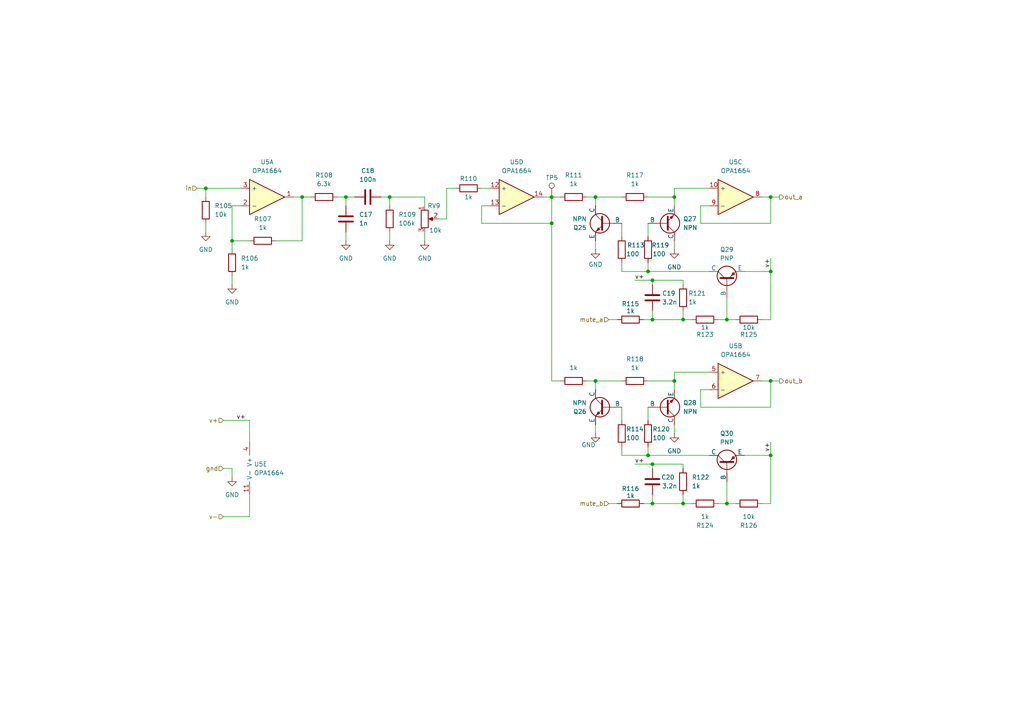
<source format=kicad_sch>
(kicad_sch (version 20250114) (generator "eeschema") (generator_version "9.0")
  (paper "A4")
  (lib_symbols
    (symbol "Connector:TestPoint" (pin_numbers (hide yes)) (pin_names (offset 0.762) (hide yes))
      (property "Reference" "TP" (at 0 6.858 0))
      (property "Value" "TestPoint" (at 0 5.08 0))
      (symbol "TestPoint_0_1"
        (circle (center 0 3.302) (radius 0.762))
      )
      (symbol "TestPoint_1_1"
        (pin passive line (at 0 0 90) (length 2.54) (name "1") (number "1"))
      )
    )
    (symbol "Device:C" (pin_numbers (hide yes)) (pin_names (offset 0.254))
      (property "Reference" "C" (at 0.635 2.54 0))
      (property "Value" "C" (at 0.635 -2.54 0))
      (symbol "C_0_1"
        (polyline (pts (xy -2.032 0.762) (xy 2.032 0.762)) (stroke (width 0.508)))
        (polyline (pts (xy -2.032 -0.762) (xy 2.032 -0.762)) (stroke (width 0.508)))
      )
      (symbol "C_1_1"
        (pin passive line (at 0 3.81 270) (length 2.794) (name "~") (number "1"))
        (pin passive line (at 0 -3.81 90) (length 2.794) (name "~") (number "2"))
      )
    )
    (symbol "Device:Opamp_Quad"
      (property "Reference" "U" (at 0 5.08 0))
      (property "Value" "Opamp_Quad" (at 0 -5.08 0))
      (symbol "Opamp_Quad_1_1"
        (polyline (pts (xy -5.08 5.08) (xy 5.08 0) (xy -5.08 -5.08) (xy -5.08 5.08)) (stroke (width 0.254)) (fill (type background)))
        (pin input line (at -7.62 2.54 0) (length 2.54) (name "+") (number "3"))
        (pin input line (at -7.62 -2.54 0) (length 2.54) (name "-") (number "2"))
        (pin output line (at 7.62 0 180) (length 2.54) (name "~") (number "1"))
      )
      (symbol "Opamp_Quad_2_1"
        (polyline (pts (xy -5.08 5.08) (xy 5.08 0) (xy -5.08 -5.08) (xy -5.08 5.08)) (stroke (width 0.254)) (fill (type background)))
        (pin input line (at -7.62 2.54 0) (length 2.54) (name "+") (number "5"))
        (pin input line (at -7.62 -2.54 0) (length 2.54) (name "-") (number "6"))
        (pin output line (at 7.62 0 180) (length 2.54) (name "~") (number "7"))
      )
      (symbol "Opamp_Quad_3_1"
        (polyline (pts (xy -5.08 5.08) (xy 5.08 0) (xy -5.08 -5.08) (xy -5.08 5.08)) (stroke (width 0.254)) (fill (type background)))
        (pin input line (at -7.62 2.54 0) (length 2.54) (name "+") (number "10"))
        (pin input line (at -7.62 -2.54 0) (length 2.54) (name "-") (number "9"))
        (pin output line (at 7.62 0 180) (length 2.54) (name "~") (number "8"))
      )
      (symbol "Opamp_Quad_4_1"
        (polyline (pts (xy -5.08 5.08) (xy 5.08 0) (xy -5.08 -5.08) (xy -5.08 5.08)) (stroke (width 0.254)) (fill (type background)))
        (pin input line (at -7.62 2.54 0) (length 2.54) (name "+") (number "12"))
        (pin input line (at -7.62 -2.54 0) (length 2.54) (name "-") (number "13"))
        (pin output line (at 7.62 0 180) (length 2.54) (name "~") (number "14"))
      )
      (symbol "Opamp_Quad_5_1"
        (pin power_in line (at -2.54 7.62 270) (length 3.81) (name "V+") (number "4"))
        (pin power_in line (at -2.54 -7.62 90) (length 3.81) (name "V-") (number "11"))
      )
    )
    (symbol "Device:R" (pin_numbers (hide yes)) (pin_names (offset 0))
      (property "Reference" "R" (at 2.032 0 90))
      (property "Value" "R" (at 0 0 90))
      (symbol "R_0_1"
        (rectangle (start -1.016 -2.54) (end 1.016 2.54) (stroke (width 0.254)))
      )
      (symbol "R_1_1"
        (pin passive line (at 0 3.81 270) (length 1.27) (name "~") (number "1"))
        (pin passive line (at 0 -3.81 90) (length 1.27) (name "~") (number "2"))
      )
    )
    (symbol "Device:R_Potentiometer" (pin_names (offset 1.016) (hide yes))
      (property "Reference" "RV" (at -4.445 0 90))
      (property "Value" "R_Potentiometer" (at -2.54 0 90))
      (symbol "R_Potentiometer_0_1"
        (rectangle (start 1.016 2.54) (end -1.016 -2.54) (stroke (width 0.254)))
        (polyline (pts (xy 1.143 0) (xy 2.286 0.508) (xy 2.286 -0.508) (xy 1.143 0)) (fill (type outline)))
        (polyline (pts (xy 2.54 0) (xy 1.524 0)))
      )
      (symbol "R_Potentiometer_1_1"
        (pin passive line (at 0 3.81 270) (length 1.27) (name "1") (number "1"))
        (pin passive line (at 0 -3.81 90) (length 1.27) (name "3") (number "3"))
        (pin passive line (at 3.81 0 180) (length 1.27) (name "2") (number "2"))
      )
    )
    (symbol "Simulation_SPICE:NPN" (pin_numbers (hide yes)) (pin_names (offset 0))
      (property "Reference" "Q" (at -2.54 7.62 0))
      (property "Value" "NPN" (at -2.54 5.08 0))
      (symbol "NPN_0_1"
        (polyline (pts (xy -2.54 0) (xy 0.635 0)) (stroke (width 0.1524)))
        (polyline (pts (xy 0.635 1.905) (xy 0.635 -1.905) (xy 0.635 -1.905)) (stroke (width 0.508)))
        (polyline (pts (xy 0.635 0.635) (xy 2.54 2.54)))
        (polyline (pts (xy 0.635 -0.635) (xy 2.54 -2.54) (xy 2.54 -2.54)))
        (circle (center 1.27 0) (radius 2.8194) (stroke (width 0.254)))
        (polyline (pts (xy 1.27 -1.778) (xy 1.778 -1.27) (xy 2.286 -2.286) (xy 1.27 -1.778) (xy 1.27 -1.778)) (fill (type outline)))
        (polyline (pts (xy 2.794 -1.27) (xy 2.794 -1.27)) (stroke (width 0.1524)))
        (polyline (pts (xy 2.794 -1.27) (xy 2.794 -1.27)) (stroke (width 0.1524)))
      )
      (symbol "NPN_1_1"
        (pin input line (at -5.08 0 0) (length 2.54) (name "B") (number "2"))
        (pin open_collector line (at 2.54 5.08 270) (length 2.54) (name "C") (number "1"))
        (pin open_emitter line (at 2.54 -5.08 90) (length 2.54) (name "E") (number "3"))
      )
    )
    (symbol "Simulation_SPICE:PNP" (pin_numbers (hide yes)) (pin_names (offset 0))
      (property "Reference" "Q" (at -2.54 7.62 0))
      (property "Value" "PNP" (at -2.54 5.08 0))
      (symbol "PNP_0_1"
        (polyline (pts (xy -2.54 0) (xy 0.635 0)) (stroke (width 0.1524)))
        (polyline (pts (xy 0.635 1.905) (xy 0.635 -1.905) (xy 0.635 -1.905)) (stroke (width 0.508)))
        (polyline (pts (xy 0.635 0.635) (xy 2.54 2.54)))
        (polyline (pts (xy 0.635 -0.635) (xy 2.54 -2.54) (xy 2.54 -2.54)))
        (circle (center 1.27 0) (radius 2.8194) (stroke (width 0.254)))
        (polyline (pts (xy 2.286 -1.778) (xy 1.778 -2.286) (xy 1.27 -1.27) (xy 2.286 -1.778) (xy 2.286 -1.778)) (fill (type outline)))
      )
      (symbol "PNP_1_1"
        (pin input line (at -5.08 0 0) (length 2.54) (name "B") (number "2"))
        (pin open_collector line (at 2.54 5.08 270) (length 2.54) (name "C") (number "1"))
        (pin open_emitter line (at 2.54 -5.08 90) (length 2.54) (name "E") (number "3"))
      )
    )
    (symbol "power:GND" (power) (pin_numbers (hide yes)) (pin_names (offset 0) (hide yes))
      (property "Value" "GND" (at 0 -3.81 0))
      (symbol "GND_0_1"
        (polyline (pts (xy 0 0) (xy 0 -1.27) (xy 1.27 -1.27) (xy 0 -2.54) (xy -1.27 -1.27) (xy 0 -1.27)))
      )
      (symbol "GND_1_1"
        (pin power_in line (at 0 0 270) (length 0) (name "~") (number "1"))
      )
    )
  )
  (junction (at 210.82 146.05))
  (junction (at 223.52 132.08))
  (junction (at 223.52 110.49))
  (junction (at 195.58 57.15))
  (junction (at 172.72 57.15))
  (junction (at 223.52 57.15))
  (junction (at 189.23 92.71))
  (junction (at 67.31 69.85))
  (junction (at 160.02 57.15))
  (junction (at 187.96 78.74))
  (junction (at 59.69 54.61))
  (junction (at 87.63 57.15))
  (junction (at 113.03 57.15))
  (junction (at 189.23 134.62))
  (junction (at 189.23 146.05))
  (junction (at 172.72 110.49))
  (junction (at 160.02 64.77))
  (junction (at 189.23 81.28))
  (junction (at 195.58 110.49))
  (junction (at 223.52 78.74))
  (junction (at 100.33 57.15))
  (junction (at 198.12 92.71))
  (junction (at 198.12 146.05))
  (junction (at 187.96 132.08))
  (junction (at 210.82 92.71))
  (wire (pts (xy 160.02 110.49) (xy 160.02 64.77)))
  (wire (pts (xy 189.23 146.05) (xy 189.23 143.51)))
  (wire (pts (xy 195.58 57.15) (xy 195.58 59.69)))
  (wire (pts (xy 203.2 59.69) (xy 203.2 64.77)))
  (wire (pts (xy 203.2 64.77) (xy 223.52 64.77)))
  (wire (pts (xy 203.2 113.03) (xy 203.2 118.11)))
  (wire (pts (xy 198.12 146.05) (xy 198.12 143.51)))
  (wire (pts (xy 59.69 54.61) (xy 69.85 54.61)))
  (wire (pts (xy 210.82 92.71) (xy 213.36 92.71)))
  (wire (pts (xy 170.18 57.15) (xy 172.72 57.15)))
  (wire (pts (xy 195.58 110.49) (xy 195.58 113.03)))
  (wire (pts (xy 67.31 69.85) (xy 67.31 72.39)))
  (wire (pts (xy 187.96 129.54) (xy 187.96 132.08)))
  (wire (pts (xy 220.98 92.71) (xy 223.52 92.71)))
  (wire (pts (xy 184.15 134.62) (xy 189.23 134.62)))
  (wire (pts (xy 139.7 54.61) (xy 142.24 54.61)))
  (wire (pts (xy 139.7 59.69) (xy 139.7 64.77)))
  (wire (pts (xy 195.58 54.61) (xy 195.58 57.15)))
  (wire (pts (xy 210.82 139.7) (xy 210.82 146.05)))
  (wire (pts (xy 195.58 123.19) (xy 195.58 125.73)))
  (wire (pts (xy 203.2 113.03) (xy 205.74 113.03)))
  (wire (pts (xy 215.9 78.74) (xy 223.52 78.74)))
  (wire (pts (xy 172.72 69.85) (xy 172.72 72.39)))
  (wire (pts (xy 187.96 78.74) (xy 205.74 78.74)))
  (wire (pts (xy 189.23 134.62) (xy 189.23 135.89)))
  (wire (pts (xy 87.63 57.15) (xy 87.63 69.85)))
  (wire (pts (xy 87.63 57.15) (xy 90.17 57.15)))
  (wire (pts (xy 72.39 121.92) (xy 72.39 128.27)))
  (wire (pts (xy 87.63 57.15) (xy 85.09 57.15)))
  (wire (pts (xy 195.58 107.95) (xy 195.58 110.49)))
  (wire (pts (xy 198.12 92.71) (xy 198.12 90.17)))
  (wire (pts (xy 172.72 123.19) (xy 172.72 125.73)))
  (wire (pts (xy 170.18 110.49) (xy 172.72 110.49)))
  (wire (pts (xy 67.31 59.69) (xy 69.85 59.69)))
  (wire (pts (xy 180.34 78.74) (xy 187.96 78.74)))
  (wire (pts (xy 187.96 64.77) (xy 187.96 68.58)))
  (wire (pts (xy 187.96 110.49) (xy 195.58 110.49)))
  (wire (pts (xy 72.39 69.85) (xy 67.31 69.85)))
  (wire (pts (xy 187.96 118.11) (xy 187.96 121.92)))
  (wire (pts (xy 203.2 118.11) (xy 223.52 118.11)))
  (wire (pts (xy 113.03 67.31) (xy 113.03 69.85)))
  (wire (pts (xy 129.54 63.5) (xy 127 63.5)))
  (wire (pts (xy 172.72 57.15) (xy 172.72 59.69)))
  (wire (pts (xy 139.7 59.69) (xy 142.24 59.69)))
  (wire (pts (xy 198.12 82.55) (xy 198.12 81.28)))
  (wire (pts (xy 184.15 81.28) (xy 189.23 81.28)))
  (wire (pts (xy 220.98 57.15) (xy 223.52 57.15)))
  (wire (pts (xy 223.52 128.27) (xy 223.52 132.08)))
  (wire (pts (xy 123.19 67.31) (xy 123.19 69.85)))
  (wire (pts (xy 100.33 57.15) (xy 100.33 59.69)))
  (wire (pts (xy 157.48 57.15) (xy 160.02 57.15)))
  (wire (pts (xy 210.82 92.71) (xy 208.28 92.71)))
  (wire (pts (xy 223.52 110.49) (xy 223.52 118.11)))
  (wire (pts (xy 198.12 92.71) (xy 200.66 92.71)))
  (wire (pts (xy 189.23 81.28) (xy 198.12 81.28)))
  (wire (pts (xy 215.9 132.08) (xy 223.52 132.08)))
  (wire (pts (xy 162.56 110.49) (xy 160.02 110.49)))
  (wire (pts (xy 186.69 92.71) (xy 189.23 92.71)))
  (wire (pts (xy 195.58 54.61) (xy 205.74 54.61)))
  (wire (pts (xy 160.02 57.15) (xy 162.56 57.15)))
  (wire (pts (xy 172.72 110.49) (xy 172.72 113.03)))
  (wire (pts (xy 176.53 92.71) (xy 179.07 92.71)))
  (wire (pts (xy 72.39 149.86) (xy 64.77 149.86)))
  (wire (pts (xy 220.98 146.05) (xy 223.52 146.05)))
  (wire (pts (xy 189.23 92.71) (xy 189.23 90.17)))
  (wire (pts (xy 59.69 54.61) (xy 59.69 57.15)))
  (wire (pts (xy 223.52 110.49) (xy 226.06 110.49)))
  (wire (pts (xy 180.34 132.08) (xy 187.96 132.08)))
  (wire (pts (xy 187.96 76.2) (xy 187.96 78.74)))
  (wire (pts (xy 180.34 132.08) (xy 180.34 129.54)))
  (wire (pts (xy 186.69 146.05) (xy 189.23 146.05)))
  (wire (pts (xy 223.52 57.15) (xy 223.52 64.77)))
  (wire (pts (xy 72.39 143.51) (xy 72.39 149.86)))
  (wire (pts (xy 100.33 67.31) (xy 100.33 69.85)))
  (wire (pts (xy 113.03 57.15) (xy 113.03 59.69)))
  (wire (pts (xy 80.01 69.85) (xy 87.63 69.85)))
  (wire (pts (xy 172.72 110.49) (xy 180.34 110.49)))
  (wire (pts (xy 123.19 57.15) (xy 113.03 57.15)))
  (wire (pts (xy 180.34 118.11) (xy 180.34 121.92)))
  (wire (pts (xy 176.53 146.05) (xy 179.07 146.05)))
  (wire (pts (xy 223.52 146.05) (xy 223.52 132.08)))
  (wire (pts (xy 139.7 64.77) (xy 160.02 64.77)))
  (wire (pts (xy 189.23 146.05) (xy 198.12 146.05)))
  (wire (pts (xy 187.96 57.15) (xy 195.58 57.15)))
  (wire (pts (xy 180.34 64.77) (xy 180.34 68.58)))
  (wire (pts (xy 223.52 74.93) (xy 223.52 78.74)))
  (wire (pts (xy 195.58 69.85) (xy 195.58 72.39)))
  (wire (pts (xy 160.02 57.15) (xy 160.02 64.77)))
  (wire (pts (xy 67.31 69.85) (xy 67.31 59.69)))
  (wire (pts (xy 172.72 57.15) (xy 180.34 57.15)))
  (wire (pts (xy 223.52 92.71) (xy 223.52 78.74)))
  (wire (pts (xy 132.08 54.61) (xy 129.54 54.61)))
  (wire (pts (xy 59.69 64.77) (xy 59.69 67.31)))
  (wire (pts (xy 198.12 146.05) (xy 200.66 146.05)))
  (wire (pts (xy 220.98 110.49) (xy 223.52 110.49)))
  (wire (pts (xy 110.49 57.15) (xy 113.03 57.15)))
  (wire (pts (xy 180.34 78.74) (xy 180.34 76.2)))
  (wire (pts (xy 195.58 107.95) (xy 205.74 107.95)))
  (wire (pts (xy 189.23 81.28) (xy 189.23 82.55)))
  (wire (pts (xy 198.12 135.89) (xy 198.12 134.62)))
  (wire (pts (xy 123.19 59.69) (xy 123.19 57.15)))
  (wire (pts (xy 210.82 146.05) (xy 208.28 146.05)))
  (wire (pts (xy 129.54 54.61) (xy 129.54 63.5)))
  (wire (pts (xy 67.31 135.89) (xy 67.31 138.43)))
  (wire (pts (xy 189.23 92.71) (xy 198.12 92.71)))
  (wire (pts (xy 223.52 57.15) (xy 226.06 57.15)))
  (wire (pts (xy 64.77 135.89) (xy 67.31 135.89)))
  (wire (pts (xy 64.77 121.92) (xy 72.39 121.92)))
  (wire (pts (xy 100.33 57.15) (xy 102.87 57.15)))
  (wire (pts (xy 210.82 146.05) (xy 213.36 146.05)))
  (wire (pts (xy 67.31 80.01) (xy 67.31 82.55)))
  (wire (pts (xy 187.96 132.08) (xy 205.74 132.08)))
  (wire (pts (xy 57.15 54.61) (xy 59.69 54.61)))
  (wire (pts (xy 97.79 57.15) (xy 100.33 57.15)))
  (wire (pts (xy 210.82 86.36) (xy 210.82 92.71)))
  (wire (pts (xy 189.23 134.62) (xy 198.12 134.62)))
  (wire (pts (xy 203.2 59.69) (xy 205.74 59.69)))
  (label "v+" (at 68.58 121.92 0))
  (label "v+" (at 184.15 81.28 0))
  (label "v+" (at 223.52 74.93 270))
  (label "v+" (at 223.52 128.27 270))
  (label "v+" (at 184.15 134.62 0))
  (hierarchical_label "v-" (shape input) (at 64.77 149.86 180))
  (hierarchical_label "v+" (shape input) (at 64.77 121.92 180))
  (hierarchical_label "in" (shape input) (at 57.15 54.61 180))
  (hierarchical_label "out_b" (shape output) (at 226.06 110.49 0))
  (hierarchical_label "gnd" (shape input) (at 64.77 135.89 180))
  (hierarchical_label "mute_a" (shape input) (at 176.53 92.71 180))
  (hierarchical_label "mute_b" (shape input) (at 176.53 146.05 180))
  (hierarchical_label "out_a" (shape output) (at 226.06 57.15 0))
  (symbol (lib_id "power:GND") (at 59.69 67.31 0) (unit 1)
    (property "Reference" "#PWR032" (effects (hide yes)))
    (property "Value" "GND" (at 59.69 72.39 0))
    (property "Description" "Power symbol creates a global label with name \"GND\" , ground" (effects (hide yes)))
    (instances (project "mute_experiment" (path "" (reference "#PWR080") (unit 1)) (path "" (reference "#PWR092") (unit 1)) (path "" (reference "#PWR056") (unit 1)) (path "" (reference "#PWR032") (unit 1)) (path "" (reference "#PWR068") (unit 1)) (path "" (reference "#PWR044") (unit 1))))
  )
  (symbol (lib_id "power:GND") (at 195.58 125.73 0) (unit 1)
    (property "Reference" "#PWR043" (effects (hide yes)))
    (property "Value" "GND" (at 195.58 130.81 0))
    (property "Description" "Power symbol creates a global label with name \"GND\" , ground" (effects (hide yes)))
    (instances (project "mute_experiment" (path "" (reference "#PWR091") (unit 1)) (path "" (reference "#PWR0103") (unit 1)) (path "" (reference "#PWR067") (unit 1)) (path "" (reference "#PWR043") (unit 1)) (path "" (reference "#PWR079") (unit 1)) (path "" (reference "#PWR055") (unit 1))))
  )
  (symbol (lib_id "Device:R") (at 217.17 92.71 270) (mirror x) (unit 1)
    (property "Reference" "R37" (at 217.17 97.028 90))
    (property "Value" "10k" (at 217.17 94.996 90))
    (property "Footprint" "Resistor_SMD:R_0805_2012Metric_Pad1.20x1.40mm_HandSolder" (effects (hide yes)))
    (property "Description" "Resistor" (effects (hide yes)))
    (instances (project "mute_experiment" (path "" (reference "R125") (unit 1)) (path "" (reference "R147") (unit 1)) (path "" (reference "R81") (unit 1)) (path "" (reference "R37") (unit 1)) (path "" (reference "R103") (unit 1)) (path "" (reference "R59") (unit 1))))
  )
  (symbol (lib_id "Device:R") (at 93.98 57.15 90) (unit 1)
    (property "Reference" "R20" (at 93.98 50.8 90))
    (property "Value" "6.3k" (at 93.98 53.34 90))
    (property "Footprint" "Resistor_SMD:R_0805_2012Metric_Pad1.20x1.40mm_HandSolder" (effects (hide yes)))
    (property "Description" "Resistor" (effects (hide yes)))
    (instances (project "mute_experiment" (path "" (reference "R108") (unit 1)) (path "" (reference "R130") (unit 1)) (path "" (reference "R64") (unit 1)) (path "" (reference "R20") (unit 1)) (path "" (reference "R86") (unit 1)) (path "" (reference "R42") (unit 1))))
  )
  (symbol (lib_id "Device:R") (at 180.34 125.73 0) (unit 1)
    (property "Reference" "R26" (at 181.61 124.46 0) (effects (justify left)))
    (property "Value" "100" (at 181.61 127 0) (effects (justify left)))
    (property "Footprint" "Resistor_SMD:R_0805_2012Metric_Pad1.20x1.40mm_HandSolder" (effects (hide yes)))
    (property "Description" "Resistor" (effects (hide yes)))
    (instances (project "mute_experiment" (path "" (reference "R114") (unit 1)) (path "" (reference "R136") (unit 1)) (path "" (reference "R70") (unit 1)) (path "" (reference "R26") (unit 1)) (path "" (reference "R92") (unit 1)) (path "" (reference "R48") (unit 1))))
  )
  (symbol (lib_id "Device:Opamp_Quad") (at 149.86 57.15 0) (unit 4)
    (property "Reference" "U1" (at 149.86 46.99 0))
    (property "Value" "OPA1664" (at 149.86 49.53 0))
    (property "Footprint" "Package_SO:SOIC-14_3.9x8.7mm_P1.27mm" (effects (hide yes)))
    (property "Datasheet" "https://www.ti.com/product/OPA1664" (effects (hide yes)))
    (property "Description" "Quad operational amplifier" (effects (hide yes)))
    (property "Sim.Library" "${KICAD9_SYMBOL_DIR}/Simulation_SPICE.sp" (effects (hide yes)))
    (property "Sim.Name" "kicad_builtin_opamp_quad" (effects (hide yes)))
    (property "Sim.Device" "SUBCKT" (effects (hide yes)))
    (property "Sim.Pins" "1=out1 2=in1- 3=in1+ 4=vcc 5=in2+ 6=in2- 7=out2 8=out3 9=in3- 10=in3+ 11=vee 12=in4+ 13=in4- 14=out4" (effects (hide yes)))
    (instances (project "mute_experiment" (path "" (reference "U5") (unit 4)) (path "" (reference "U6") (unit 4)) (path "" (reference "U3") (unit 4)) (path "" (reference "U1") (unit 4)) (path "" (reference "U4") (unit 4)) (path "" (reference "U2") (unit 4))))
  )
  (symbol (lib_id "Device:R") (at 59.69 60.96 0) (unit 1)
    (property "Reference" "R17" (at 62.23 59.6899 0) (effects (justify left)))
    (property "Value" "10k" (at 62.23 62.2299 0) (effects (justify left)))
    (property "Footprint" "Resistor_SMD:R_0805_2012Metric_Pad1.20x1.40mm_HandSolder" (effects (hide yes)))
    (property "Description" "Resistor" (effects (hide yes)))
    (property "Sim.Device" "R" (effects (hide yes)))
    (property "Sim.Pins" "1=+ 2=-" (effects (hide yes)))
    (instances (project "mute_experiment" (path "" (reference "R105") (unit 1)) (path "" (reference "R127") (unit 1)) (path "" (reference "R61") (unit 1)) (path "" (reference "R17") (unit 1)) (path "" (reference "R83") (unit 1)) (path "" (reference "R39") (unit 1))))
  )
  (symbol (lib_id "Device:R") (at 182.88 92.71 270) (unit 1)
    (property "Reference" "R27" (at 182.88 88.138 90))
    (property "Value" "1k" (at 182.88 90.17 90))
    (property "Footprint" "Resistor_SMD:R_0805_2012Metric_Pad1.20x1.40mm_HandSolder" (effects (hide yes)))
    (property "Description" "Resistor" (effects (hide yes)))
    (instances (project "mute_experiment" (path "" (reference "R115") (unit 1)) (path "" (reference "R137") (unit 1)) (path "" (reference "R71") (unit 1)) (path "" (reference "R27") (unit 1)) (path "" (reference "R93") (unit 1)) (path "" (reference "R49") (unit 1))))
  )
  (symbol (lib_id "Device:C") (at 100.33 63.5 0) (unit 1)
    (property "Reference" "C1" (at 104.14 62.2299 0) (effects (justify left)))
    (property "Value" "1n" (at 104.14 64.7699 0) (effects (justify left)))
    (property "Footprint" "Capacitor_SMD:C_0805_2012Metric_Pad1.18x1.45mm_HandSolder" (effects (hide yes)))
    (property "Description" "Unpolarized capacitor" (effects (hide yes)))
    (instances (project "mute_experiment" (path "" (reference "C17") (unit 1)) (path "" (reference "C21") (unit 1)) (path "" (reference "C9") (unit 1)) (path "" (reference "C1") (unit 1)) (path "" (reference "C13") (unit 1)) (path "" (reference "C5") (unit 1))))
  )
  (symbol (lib_id "Simulation_SPICE:NPN") (at 193.04 118.11 0) (mirror x) (unit 1)
    (property "Reference" "Q4" (at 198.12 116.8399 0) (effects (justify left)))
    (property "Value" "NPN" (at 198.12 119.3799 0) (effects (justify left)))
    (property "Datasheet" "https://ngspice.sourceforge.io/docs/ngspice-html-manual/manual.xhtml#cha_BJTs" (effects (hide yes)))
    (property "Description" "Bipolar transistor symbol for simulation only, substrate tied to the emitter" (effects (hide yes)))
    (property "Sim.Device" "NPN" (effects (hide yes)))
    (property "Sim.Type" "GUMMELPOON" (effects (hide yes)))
    (property "Sim.Pins" "1=C 2=B 3=E" (effects (hide yes)))
    (instances (project "mute_experiment" (path "" (reference "Q28") (unit 1)) (path "" (reference "Q34") (unit 1)) (path "" (reference "Q16") (unit 1)) (path "" (reference "Q4") (unit 1)) (path "" (reference "Q22") (unit 1)) (path "" (reference "Q10") (unit 1))))
  )
  (symbol (lib_id "Device:R") (at 67.31 76.2 180) (unit 1)
    (property "Reference" "R18" (at 69.85 74.9299 0) (effects (justify right)))
    (property "Value" "1k" (at 69.85 77.4699 0) (effects (justify right)))
    (property "Footprint" "Resistor_SMD:R_0805_2012Metric_Pad1.20x1.40mm_HandSolder" (effects (hide yes)))
    (property "Description" "Resistor" (effects (hide yes)))
    (instances (project "mute_experiment" (path "" (reference "R106") (unit 1)) (path "" (reference "R128") (unit 1)) (path "" (reference "R62") (unit 1)) (path "" (reference "R18") (unit 1)) (path "" (reference "R84") (unit 1)) (path "" (reference "R40") (unit 1))))
  )
  (symbol (lib_id "Device:R") (at 180.34 72.39 0) (unit 1)
    (property "Reference" "R25" (at 181.864 71.12 0) (effects (justify left)))
    (property "Value" "100" (at 181.61 73.66 0) (effects (justify left)))
    (property "Footprint" "Resistor_SMD:R_0805_2012Metric_Pad1.20x1.40mm_HandSolder" (effects (hide yes)))
    (property "Description" "Resistor" (effects (hide yes)))
    (instances (project "mute_experiment" (path "" (reference "R113") (unit 1)) (path "" (reference "R135") (unit 1)) (path "" (reference "R69") (unit 1)) (path "" (reference "R25") (unit 1)) (path "" (reference "R91") (unit 1)) (path "" (reference "R47") (unit 1))))
  )
  (symbol (lib_id "Device:R_Potentiometer") (at 123.19 63.5 0) (unit 1)
    (property "Reference" "RV5" (at 127.762 59.69 0) (effects (justify right)))
    (property "Value" "10k" (at 124.46 66.802 0) (effects (justify left)))
    (property "Footprint" "Resistor_SMD:R_0805_2012Metric_Pad1.20x1.40mm_HandSolder" (effects (hide yes)))
    (property "Description" "Potentiometer" (effects (hide yes)))
    (property "Sim.Device" "R" (effects (hide yes)))
    (property "Sim.Type" "POT" (effects (hide yes)))
    (property "Sim.Pins" "1=r0 2=wiper 3=r1" (effects (hide yes)))
    (property "Sim.Params" "r=10k pos=ch_gain/2" (effects (hide yes)))
    (instances (project "mute_experiment" (path "" (reference "RV9") (unit 1)) (path "" (reference "RV10") (unit 1)) (path "" (reference "RV7") (unit 1)) (path "" (reference "RV5") (unit 1)) (path "" (reference "RV8") (unit 1)) (path "" (reference "RV6") (unit 1))))
  )
  (symbol (lib_id "Simulation_SPICE:NPN") (at 175.26 64.77 0) (mirror y) (unit 1)
    (property "Reference" "Q1" (at 170.18 66.0401 0) (effects (justify left)))
    (property "Value" "NPN" (at 170.18 63.5001 0) (effects (justify left)))
    (property "Datasheet" "https://ngspice.sourceforge.io/docs/ngspice-html-manual/manual.xhtml#cha_BJTs" (effects (hide yes)))
    (property "Description" "Bipolar transistor symbol for simulation only, substrate tied to the emitter" (effects (hide yes)))
    (property "Sim.Device" "NPN" (effects (hide yes)))
    (property "Sim.Type" "GUMMELPOON" (effects (hide yes)))
    (property "Sim.Pins" "1=C 2=B 3=E" (effects (hide yes)))
    (instances (project "mute_experiment" (path "" (reference "Q25") (unit 1)) (path "" (reference "Q31") (unit 1)) (path "" (reference "Q13") (unit 1)) (path "" (reference "Q1") (unit 1)) (path "" (reference "Q19") (unit 1)) (path "" (reference "Q7") (unit 1))))
  )
  (symbol (lib_id "Connector:TestPoint") (at 160.02 57.15 0) (unit 1) (exclude_from_sim yes) (in_bom no)
    (property "Reference" "TP1" (at 158.242 51.562 0) (effects (justify left)))
    (property "Value" "TestPoint" (effects (hide yes)))
    (property "Description" "test point" (effects (hide yes)))
    (instances (project "" (path "" (reference "TP5") (unit 1)) (path "" (reference "TP6") (unit 1)) (path "" (reference "TP3") (unit 1)) (path "" (reference "TP1") (unit 1)) (path "" (reference "TP4") (unit 1)) (path "" (reference "TP2") (unit 1))))
  )
  (symbol (lib_id "Simulation_SPICE:NPN") (at 175.26 118.11 0) (mirror y) (unit 1)
    (property "Reference" "Q2" (at 170.18 119.3801 0) (effects (justify left)))
    (property "Value" "NPN" (at 170.18 116.8401 0) (effects (justify left)))
    (property "Datasheet" "https://ngspice.sourceforge.io/docs/ngspice-html-manual/manual.xhtml#cha_BJTs" (effects (hide yes)))
    (property "Description" "Bipolar transistor symbol for simulation only, substrate tied to the emitter" (effects (hide yes)))
    (property "Sim.Device" "NPN" (effects (hide yes)))
    (property "Sim.Type" "GUMMELPOON" (effects (hide yes)))
    (property "Sim.Pins" "1=C 2=B 3=E" (effects (hide yes)))
    (instances (project "mute_experiment" (path "" (reference "Q26") (unit 1)) (path "" (reference "Q32") (unit 1)) (path "" (reference "Q14") (unit 1)) (path "" (reference "Q2") (unit 1)) (path "" (reference "Q20") (unit 1)) (path "" (reference "Q8") (unit 1))))
  )
  (symbol (lib_id "Device:R") (at 166.37 57.15 90) (unit 1)
    (property "Reference" "R23" (at 166.37 50.8 90))
    (property "Value" "1k" (at 166.37 53.34 90))
    (property "Footprint" "Resistor_SMD:R_0805_2012Metric_Pad1.20x1.40mm_HandSolder" (effects (hide yes)))
    (property "Description" "Resistor" (effects (hide yes)))
    (instances (project "mute_experiment" (path "" (reference "R111") (unit 1)) (path "" (reference "R133") (unit 1)) (path "" (reference "R67") (unit 1)) (path "" (reference "R23") (unit 1)) (path "" (reference "R89") (unit 1)) (path "" (reference "R45") (unit 1))))
  )
  (symbol (lib_id "Device:Opamp_Quad") (at 77.47 57.15 0) (unit 1)
    (property "Reference" "U1" (at 77.47 46.99 0))
    (property "Value" "OPA1664" (at 77.47 49.53 0))
    (property "Footprint" "Package_SO:SOIC-14_3.9x8.7mm_P1.27mm" (effects (hide yes)))
    (property "Datasheet" "https://www.ti.com/product/OPA1664" (effects (hide yes)))
    (property "Description" "Quad operational amplifier" (effects (hide yes)))
    (property "Sim.Library" "${KICAD9_SYMBOL_DIR}/Simulation_SPICE.sp" (effects (hide yes)))
    (property "Sim.Name" "kicad_builtin_opamp_quad" (effects (hide yes)))
    (property "Sim.Device" "SUBCKT" (effects (hide yes)))
    (property "Sim.Pins" "1=out1 2=in1- 3=in1+ 4=vcc 5=in2+ 6=in2- 7=out2 8=out3 9=in3- 10=in3+ 11=vee 12=in4+ 13=in4- 14=out4" (effects (hide yes)))
    (instances (project "" (path "" (reference "U5") (unit 1)) (path "" (reference "U6") (unit 1)) (path "" (reference "U3") (unit 1)) (path "" (reference "U1") (unit 1)) (path "" (reference "U4") (unit 1)) (path "" (reference "U2") (unit 1))))
  )
  (symbol (lib_id "Device:C") (at 106.68 57.15 90) (unit 1)
    (property "Reference" "C2" (at 106.68 49.53 90))
    (property "Value" "100n" (at 106.68 52.07 90))
    (property "Footprint" "Capacitor_SMD:C_0805_2012Metric_Pad1.18x1.45mm_HandSolder" (effects (hide yes)))
    (property "Description" "Unpolarized capacitor" (effects (hide yes)))
    (instances (project "mute_experiment" (path "" (reference "C18") (unit 1)) (path "" (reference "C22") (unit 1)) (path "" (reference "C10") (unit 1)) (path "" (reference "C2") (unit 1)) (path "" (reference "C14") (unit 1)) (path "" (reference "C6") (unit 1))))
  )
  (symbol (lib_id "power:GND") (at 172.72 125.73 0) (unit 1)
    (property "Reference" "#PWR041" (effects (hide yes)))
    (property "Value" "GND" (at 170.688 129.032 0))
    (property "Description" "Power symbol creates a global label with name \"GND\" , ground" (effects (hide yes)))
    (instances (project "mute_experiment" (path "" (reference "#PWR089") (unit 1)) (path "" (reference "#PWR0101") (unit 1)) (path "" (reference "#PWR065") (unit 1)) (path "" (reference "#PWR041") (unit 1)) (path "" (reference "#PWR077") (unit 1)) (path "" (reference "#PWR053") (unit 1))))
  )
  (symbol (lib_id "Device:Opamp_Quad") (at 74.93 135.89 0) (unit 5)
    (property "Reference" "U1" (at 73.66 134.6199 0) (effects (justify left)))
    (property "Value" "OPA1664" (at 73.66 137.1599 0) (effects (justify left)))
    (property "Footprint" "Package_SO:SOIC-14_3.9x8.7mm_P1.27mm" (effects (hide yes)))
    (property "Datasheet" "https://www.ti.com/product/OPA1664" (effects (hide yes)))
    (property "Description" "Quad operational amplifier" (effects (hide yes)))
    (property "Sim.Library" "${KICAD9_SYMBOL_DIR}/Simulation_SPICE.sp" (effects (hide yes)))
    (property "Sim.Name" "kicad_builtin_opamp_quad" (effects (hide yes)))
    (property "Sim.Device" "SUBCKT" (effects (hide yes)))
    (property "Sim.Pins" "1=out1 2=in1- 3=in1+ 4=vcc 5=in2+ 6=in2- 7=out2 8=out3 9=in3- 10=in3+ 11=vee 12=in4+ 13=in4- 14=out4" (effects (hide yes)))
    (instances (project "" (path "" (reference "U5") (unit 5)) (path "" (reference "U6") (unit 5)) (path "" (reference "U3") (unit 5)) (path "" (reference "U1") (unit 5)) (path "" (reference "U4") (unit 5)) (path "" (reference "U2") (unit 5))))
  )
  (symbol (lib_id "Device:Opamp_Quad") (at 213.36 57.15 0) (unit 3)
    (property "Reference" "U1" (at 213.36 46.99 0))
    (property "Value" "OPA1664" (at 213.36 49.53 0))
    (property "Footprint" "Package_SO:SOIC-14_3.9x8.7mm_P1.27mm" (effects (hide yes)))
    (property "Datasheet" "https://www.ti.com/product/OPA1664" (effects (hide yes)))
    (property "Description" "Quad operational amplifier" (effects (hide yes)))
    (property "Sim.Library" "${KICAD9_SYMBOL_DIR}/Simulation_SPICE.sp" (effects (hide yes)))
    (property "Sim.Name" "kicad_builtin_opamp_quad" (effects (hide yes)))
    (property "Sim.Device" "SUBCKT" (effects (hide yes)))
    (property "Sim.Pins" "1=out1 2=in1- 3=in1+ 4=vcc 5=in2+ 6=in2- 7=out2 8=out3 9=in3- 10=in3+ 11=vee 12=in4+ 13=in4- 14=out4" (effects (hide yes)))
    (instances (project "" (path "" (reference "U5") (unit 3)) (path "" (reference "U6") (unit 3)) (path "" (reference "U3") (unit 3)) (path "" (reference "U1") (unit 3)) (path "" (reference "U4") (unit 3)) (path "" (reference "U2") (unit 3))))
  )
  (symbol (lib_id "Device:R") (at 184.15 57.15 90) (unit 1)
    (property "Reference" "R29" (at 184.15 50.8 90))
    (property "Value" "1k" (at 184.15 53.34 90))
    (property "Footprint" "Resistor_SMD:R_0805_2012Metric_Pad1.20x1.40mm_HandSolder" (effects (hide yes)))
    (property "Description" "Resistor" (effects (hide yes)))
    (instances (project "mute_experiment" (path "" (reference "R117") (unit 1)) (path "" (reference "R139") (unit 1)) (path "" (reference "R73") (unit 1)) (path "" (reference "R29") (unit 1)) (path "" (reference "R95") (unit 1)) (path "" (reference "R51") (unit 1))))
  )
  (symbol (lib_id "Simulation_SPICE:PNP") (at 210.82 81.28 90) (unit 1)
    (property "Reference" "Q5" (at 210.82 72.39 90))
    (property "Value" "PNP" (at 210.82 74.93 90))
    (property "Datasheet" "https://ngspice.sourceforge.io/docs/ngspice-html-manual/manual.xhtml#cha_BJTs" (effects (hide yes)))
    (property "Description" "Bipolar transistor symbol for simulation only, substrate tied to the emitter" (effects (hide yes)))
    (property "Sim.Device" "PNP" (effects (hide yes)))
    (property "Sim.Type" "GUMMELPOON" (effects (hide yes)))
    (property "Sim.Pins" "1=C 2=B 3=E" (effects (hide yes)))
    (instances (project "mute_experiment" (path "" (reference "Q29") (unit 1)) (path "" (reference "Q35") (unit 1)) (path "" (reference "Q17") (unit 1)) (path "" (reference "Q5") (unit 1)) (path "" (reference "Q23") (unit 1)) (path "" (reference "Q11") (unit 1))))
  )
  (symbol (lib_id "Simulation_SPICE:NPN") (at 193.04 64.77 0) (mirror x) (unit 1)
    (property "Reference" "Q3" (at 198.12 63.4999 0) (effects (justify left)))
    (property "Value" "NPN" (at 198.12 66.0399 0) (effects (justify left)))
    (property "Datasheet" "https://ngspice.sourceforge.io/docs/ngspice-html-manual/manual.xhtml#cha_BJTs" (effects (hide yes)))
    (property "Description" "Bipolar transistor symbol for simulation only, substrate tied to the emitter" (effects (hide yes)))
    (property "Sim.Device" "NPN" (effects (hide yes)))
    (property "Sim.Type" "GUMMELPOON" (effects (hide yes)))
    (property "Sim.Pins" "1=C 2=B 3=E" (effects (hide yes)))
    (instances (project "mute_experiment" (path "" (reference "Q27") (unit 1)) (path "" (reference "Q33") (unit 1)) (path "" (reference "Q15") (unit 1)) (path "" (reference "Q3") (unit 1)) (path "" (reference "Q21") (unit 1)) (path "" (reference "Q9") (unit 1))))
  )
  (symbol (lib_id "power:GND") (at 100.33 69.85 0) (unit 1)
    (property "Reference" "#PWR035" (effects (hide yes)))
    (property "Value" "GND" (at 100.33 74.93 0))
    (property "Description" "Power symbol creates a global label with name \"GND\" , ground" (effects (hide yes)))
    (instances (project "mute_experiment" (path "" (reference "#PWR083") (unit 1)) (path "" (reference "#PWR095") (unit 1)) (path "" (reference "#PWR059") (unit 1)) (path "" (reference "#PWR035") (unit 1)) (path "" (reference "#PWR071") (unit 1)) (path "" (reference "#PWR047") (unit 1))))
  )
  (symbol (lib_id "Device:C") (at 189.23 86.36 0) (unit 1)
    (property "Reference" "C3" (at 192.024 85.09 0) (effects (justify left)))
    (property "Value" "3.2n" (at 192.024 87.63 0) (effects (justify left)))
    (property "Footprint" "Capacitor_SMD:C_0805_2012Metric_Pad1.18x1.45mm_HandSolder" (effects (hide yes)))
    (property "Description" "Unpolarized capacitor" (effects (hide yes)))
    (property "Sim.Device" "C" (effects (hide yes)))
    (property "Sim.Pins" "1=- 2=+" (effects (hide yes)))
    (instances (project "mute_experiment" (path "" (reference "C19") (unit 1)) (path "" (reference "C23") (unit 1)) (path "" (reference "C11") (unit 1)) (path "" (reference "C3") (unit 1)) (path "" (reference "C15") (unit 1)) (path "" (reference "C7") (unit 1))))
  )
  (symbol (lib_id "Device:R") (at 204.47 146.05 270) (mirror x) (unit 1)
    (property "Reference" "R36" (at 204.47 152.4 90))
    (property "Value" "1k" (at 204.47 149.86 90))
    (property "Footprint" "Resistor_SMD:R_0805_2012Metric_Pad1.20x1.40mm_HandSolder" (effects (hide yes)))
    (property "Description" "Resistor" (effects (hide yes)))
    (instances (project "mute_experiment" (path "" (reference "R124") (unit 1)) (path "" (reference "R146") (unit 1)) (path "" (reference "R80") (unit 1)) (path "" (reference "R36") (unit 1)) (path "" (reference "R102") (unit 1)) (path "" (reference "R58") (unit 1))))
  )
  (symbol (lib_id "power:GND") (at 67.31 82.55 0) (unit 1)
    (property "Reference" "#PWR033" (effects (hide yes)))
    (property "Value" "GND" (at 67.31 87.63 0))
    (property "Description" "Power symbol creates a global label with name \"GND\" , ground" (effects (hide yes)))
    (instances (project "mute_experiment" (path "" (reference "#PWR081") (unit 1)) (path "" (reference "#PWR093") (unit 1)) (path "" (reference "#PWR057") (unit 1)) (path "" (reference "#PWR033") (unit 1)) (path "" (reference "#PWR069") (unit 1)) (path "" (reference "#PWR045") (unit 1))))
  )
  (symbol (lib_id "Device:R") (at 198.12 86.36 0) (unit 1)
    (property "Reference" "R33" (at 199.644 85.09 0) (effects (justify left)))
    (property "Value" "1k" (at 199.644 87.63 0) (effects (justify left)))
    (property "Footprint" "Resistor_SMD:R_0805_2012Metric_Pad1.20x1.40mm_HandSolder" (effects (hide yes)))
    (property "Description" "Resistor" (effects (hide yes)))
    (instances (project "mute_experiment" (path "" (reference "R121") (unit 1)) (path "" (reference "R143") (unit 1)) (path "" (reference "R77") (unit 1)) (path "" (reference "R33") (unit 1)) (path "" (reference "R99") (unit 1)) (path "" (reference "R55") (unit 1))))
  )
  (symbol (lib_id "Device:R") (at 113.03 63.5 180) (unit 1)
    (property "Reference" "R21" (at 115.57 62.2299 0) (effects (justify right)))
    (property "Value" "106k" (at 115.57 64.7699 0) (effects (justify right)))
    (property "Footprint" "Resistor_SMD:R_0805_2012Metric_Pad1.20x1.40mm_HandSolder" (effects (hide yes)))
    (property "Description" "Resistor" (effects (hide yes)))
    (instances (project "mute_experiment" (path "" (reference "R109") (unit 1)) (path "" (reference "R131") (unit 1)) (path "" (reference "R65") (unit 1)) (path "" (reference "R21") (unit 1)) (path "" (reference "R87") (unit 1)) (path "" (reference "R43") (unit 1))))
  )
  (symbol (lib_id "Device:R") (at 198.12 139.7 0) (unit 1)
    (property "Reference" "R34" (at 200.66 138.4299 0) (effects (justify left)))
    (property "Value" "1k" (at 200.66 140.9699 0) (effects (justify left)))
    (property "Footprint" "Resistor_SMD:R_0805_2012Metric_Pad1.20x1.40mm_HandSolder" (effects (hide yes)))
    (property "Description" "Resistor" (effects (hide yes)))
    (instances (project "mute_experiment" (path "" (reference "R122") (unit 1)) (path "" (reference "R144") (unit 1)) (path "" (reference "R78") (unit 1)) (path "" (reference "R34") (unit 1)) (path "" (reference "R100") (unit 1)) (path "" (reference "R56") (unit 1))))
  )
  (symbol (lib_id "Device:R") (at 166.37 110.49 90) (unit 1)
    (property "Reference" "R24" (effects (hide yes)))
    (property "Value" "1k" (at 166.37 106.68 90))
    (property "Footprint" "Resistor_SMD:R_0805_2012Metric_Pad1.20x1.40mm_HandSolder" (effects (hide yes)))
    (property "Description" "Resistor" (effects (hide yes)))
    (instances (project "mute_experiment" (path "" (reference "R112") (unit 1)) (path "" (reference "R134") (unit 1)) (path "" (reference "R68") (unit 1)) (path "" (reference "R24") (unit 1)) (path "" (reference "R90") (unit 1)) (path "" (reference "R46") (unit 1))))
  )
  (symbol (lib_id "power:GND") (at 195.58 72.39 0) (unit 1)
    (property "Reference" "#PWR042" (effects (hide yes)))
    (property "Value" "GND" (at 195.58 77.47 0))
    (property "Description" "Power symbol creates a global label with name \"GND\" , ground" (effects (hide yes)))
    (instances (project "mute_experiment" (path "" (reference "#PWR090") (unit 1)) (path "" (reference "#PWR0102") (unit 1)) (path "" (reference "#PWR066") (unit 1)) (path "" (reference "#PWR042") (unit 1)) (path "" (reference "#PWR078") (unit 1)) (path "" (reference "#PWR054") (unit 1))))
  )
  (symbol (lib_id "Device:R") (at 184.15 110.49 90) (unit 1)
    (property "Reference" "R30" (at 184.15 104.14 90))
    (property "Value" "1k" (at 184.15 106.68 90))
    (property "Footprint" "Resistor_SMD:R_0805_2012Metric_Pad1.20x1.40mm_HandSolder" (effects (hide yes)))
    (property "Description" "Resistor" (effects (hide yes)))
    (instances (project "mute_experiment" (path "" (reference "R118") (unit 1)) (path "" (reference "R140") (unit 1)) (path "" (reference "R74") (unit 1)) (path "" (reference "R30") (unit 1)) (path "" (reference "R96") (unit 1)) (path "" (reference "R52") (unit 1))))
  )
  (symbol (lib_id "Device:C") (at 189.23 139.7 0) (unit 1)
    (property "Reference" "C4" (at 191.77 138.43 0) (effects (justify left)))
    (property "Value" "3.2n" (at 192.024 140.97 0) (effects (justify left)))
    (property "Footprint" "Capacitor_SMD:C_0805_2012Metric_Pad1.18x1.45mm_HandSolder" (effects (hide yes)))
    (property "Description" "Unpolarized capacitor" (effects (hide yes)))
    (instances (project "mute_experiment" (path "" (reference "C20") (unit 1)) (path "" (reference "C24") (unit 1)) (path "" (reference "C12") (unit 1)) (path "" (reference "C4") (unit 1)) (path "" (reference "C16") (unit 1)) (path "" (reference "C8") (unit 1))))
  )
  (symbol (lib_id "Simulation_SPICE:PNP") (at 210.82 134.62 90) (unit 1)
    (property "Reference" "Q6" (at 210.82 125.73 90))
    (property "Value" "PNP" (at 210.82 128.27 90))
    (property "Datasheet" "https://ngspice.sourceforge.io/docs/ngspice-html-manual/manual.xhtml#cha_BJTs" (effects (hide yes)))
    (property "Description" "Bipolar transistor symbol for simulation only, substrate tied to the emitter" (effects (hide yes)))
    (property "Sim.Device" "PNP" (effects (hide yes)))
    (property "Sim.Type" "GUMMELPOON" (effects (hide yes)))
    (property "Sim.Pins" "1=C 2=B 3=E" (effects (hide yes)))
    (instances (project "mute_experiment" (path "" (reference "Q30") (unit 1)) (path "" (reference "Q36") (unit 1)) (path "" (reference "Q18") (unit 1)) (path "" (reference "Q6") (unit 1)) (path "" (reference "Q24") (unit 1)) (path "" (reference "Q12") (unit 1))))
  )
  (symbol (lib_id "power:GND") (at 67.31 138.43 0) (unit 1)
    (property "Reference" "#PWR034" (effects (hide yes)))
    (property "Value" "GND" (at 67.31 143.51 0))
    (property "Description" "Power symbol creates a global label with name \"GND\" , ground" (effects (hide yes)))
    (instances (project "mute_experiment" (path "" (reference "#PWR082") (unit 1)) (path "" (reference "#PWR094") (unit 1)) (path "" (reference "#PWR058") (unit 1)) (path "" (reference "#PWR034") (unit 1)) (path "" (reference "#PWR070") (unit 1)) (path "" (reference "#PWR046") (unit 1))))
  )
  (symbol (lib_id "Device:R") (at 217.17 146.05 270) (mirror x) (unit 1)
    (property "Reference" "R38" (at 217.17 152.4 90))
    (property "Value" "10k" (at 217.17 149.86 90))
    (property "Footprint" "Resistor_SMD:R_0805_2012Metric_Pad1.20x1.40mm_HandSolder" (effects (hide yes)))
    (property "Description" "Resistor" (effects (hide yes)))
    (instances (project "mute_experiment" (path "" (reference "R126") (unit 1)) (path "" (reference "R148") (unit 1)) (path "" (reference "R82") (unit 1)) (path "" (reference "R38") (unit 1)) (path "" (reference "R104") (unit 1)) (path "" (reference "R60") (unit 1))))
  )
  (symbol (lib_id "Device:R") (at 187.96 125.73 0) (unit 1)
    (property "Reference" "R32" (at 189.23 124.46 0) (effects (justify left)))
    (property "Value" "100" (at 189.23 127 0) (effects (justify left)))
    (property "Footprint" "Resistor_SMD:R_0805_2012Metric_Pad1.20x1.40mm_HandSolder" (effects (hide yes)))
    (property "Description" "Resistor" (effects (hide yes)))
    (instances (project "mute_experiment" (path "" (reference "R120") (unit 1)) (path "" (reference "R142") (unit 1)) (path "" (reference "R76") (unit 1)) (path "" (reference "R32") (unit 1)) (path "" (reference "R98") (unit 1)) (path "" (reference "R54") (unit 1))))
  )
  (symbol (lib_id "Device:R") (at 76.2 69.85 90) (unit 1)
    (property "Reference" "R19" (at 76.2 63.5 90))
    (property "Value" "1k" (at 76.2 66.04 90))
    (property "Footprint" "Resistor_SMD:R_0805_2012Metric_Pad1.20x1.40mm_HandSolder" (effects (hide yes)))
    (property "Description" "Resistor" (effects (hide yes)))
    (instances (project "mute_experiment" (path "" (reference "R107") (unit 1)) (path "" (reference "R129") (unit 1)) (path "" (reference "R63") (unit 1)) (path "" (reference "R19") (unit 1)) (path "" (reference "R85") (unit 1)) (path "" (reference "R41") (unit 1))))
  )
  (symbol (lib_id "power:GND") (at 172.72 72.39 0) (unit 1)
    (property "Reference" "#PWR040" (effects (hide yes)))
    (property "Value" "GND" (at 172.72 76.708 0))
    (property "Description" "Power symbol creates a global label with name \"GND\" , ground" (effects (hide yes)))
    (instances (project "mute_experiment" (path "" (reference "#PWR088") (unit 1)) (path "" (reference "#PWR0100") (unit 1)) (path "" (reference "#PWR064") (unit 1)) (path "" (reference "#PWR040") (unit 1)) (path "" (reference "#PWR076") (unit 1)) (path "" (reference "#PWR052") (unit 1))))
  )
  (symbol (lib_id "Device:R") (at 135.89 54.61 90) (unit 1)
    (property "Reference" "R22" (at 135.89 51.816 90))
    (property "Value" "1k" (at 135.89 57.15 90))
    (property "Footprint" "Resistor_SMD:R_0805_2012Metric_Pad1.20x1.40mm_HandSolder" (effects (hide yes)))
    (property "Description" "Resistor" (effects (hide yes)))
    (instances (project "mute_experiment" (path "" (reference "R110") (unit 1)) (path "" (reference "R132") (unit 1)) (path "" (reference "R66") (unit 1)) (path "" (reference "R22") (unit 1)) (path "" (reference "R88") (unit 1)) (path "" (reference "R44") (unit 1))))
  )
  (symbol (lib_id "Device:R") (at 182.88 146.05 270) (unit 1)
    (property "Reference" "R28" (at 182.88 141.732 90))
    (property "Value" "1k" (at 182.88 143.764 90))
    (property "Footprint" "Resistor_SMD:R_0805_2012Metric_Pad1.20x1.40mm_HandSolder" (effects (hide yes)))
    (property "Description" "Resistor" (effects (hide yes)))
    (instances (project "mute_experiment" (path "" (reference "R116") (unit 1)) (path "" (reference "R138") (unit 1)) (path "" (reference "R72") (unit 1)) (path "" (reference "R28") (unit 1)) (path "" (reference "R94") (unit 1)) (path "" (reference "R50") (unit 1))))
  )
  (symbol (lib_id "Device:Opamp_Quad") (at 213.36 110.49 0) (unit 2)
    (property "Reference" "U1" (at 213.36 100.33 0))
    (property "Value" "OPA1664" (at 213.36 102.87 0))
    (property "Footprint" "Package_SO:SOIC-14_3.9x8.7mm_P1.27mm" (effects (hide yes)))
    (property "Datasheet" "https://www.ti.com/product/OPA1664" (effects (hide yes)))
    (property "Description" "Quad operational amplifier" (effects (hide yes)))
    (property "Sim.Library" "${KICAD9_SYMBOL_DIR}/Simulation_SPICE.sp" (effects (hide yes)))
    (property "Sim.Name" "kicad_builtin_opamp_quad" (effects (hide yes)))
    (property "Sim.Device" "SUBCKT" (effects (hide yes)))
    (property "Sim.Pins" "1=out1 2=in1- 3=in1+ 4=vcc 5=in2+ 6=in2- 7=out2 8=out3 9=in3- 10=in3+ 11=vee 12=in4+ 13=in4- 14=out4" (effects (hide yes)))
    (instances (project "mute_experiment" (path "" (reference "U5") (unit 2)) (path "" (reference "U6") (unit 2)) (path "" (reference "U3") (unit 2)) (path "" (reference "U1") (unit 2)) (path "" (reference "U4") (unit 2)) (path "" (reference "U2") (unit 2))))
  )
  (symbol (lib_id "power:GND") (at 113.03 69.85 0) (unit 1)
    (property "Reference" "#PWR036" (effects (hide yes)))
    (property "Value" "GND" (at 113.03 74.93 0))
    (property "Description" "Power symbol creates a global label with name \"GND\" , ground" (effects (hide yes)))
    (instances (project "mute_experiment" (path "" (reference "#PWR084") (unit 1)) (path "" (reference "#PWR096") (unit 1)) (path "" (reference "#PWR060") (unit 1)) (path "" (reference "#PWR036") (unit 1)) (path "" (reference "#PWR072") (unit 1)) (path "" (reference "#PWR048") (unit 1))))
  )
  (symbol (lib_id "Device:R") (at 204.47 92.71 270) (mirror x) (unit 1)
    (property "Reference" "R35" (at 204.47 97.028 90))
    (property "Value" "1k" (at 204.47 94.996 90))
    (property "Footprint" "Resistor_SMD:R_0805_2012Metric_Pad1.20x1.40mm_HandSolder" (effects (hide yes)))
    (property "Description" "Resistor" (effects (hide yes)))
    (instances (project "mute_experiment" (path "" (reference "R123") (unit 1)) (path "" (reference "R145") (unit 1)) (path "" (reference "R79") (unit 1)) (path "" (reference "R35") (unit 1)) (path "" (reference "R101") (unit 1)) (path "" (reference "R57") (unit 1))))
  )
  (symbol (lib_id "Device:R") (at 187.96 72.39 0) (unit 1)
    (property "Reference" "R31" (at 188.976 71.12 0) (effects (justify left)))
    (property "Value" "100" (at 189.23 73.66 0) (effects (justify left)))
    (property "Footprint" "Resistor_SMD:R_0805_2012Metric_Pad1.20x1.40mm_HandSolder" (effects (hide yes)))
    (property "Description" "Resistor" (effects (hide yes)))
    (instances (project "mute_experiment" (path "" (reference "R119") (unit 1)) (path "" (reference "R141") (unit 1)) (path "" (reference "R75") (unit 1)) (path "" (reference "R31") (unit 1)) (path "" (reference "R97") (unit 1)) (path "" (reference "R53") (unit 1))))
  )
  (symbol (lib_id "power:GND") (at 123.19 69.85 0) (unit 1)
    (property "Reference" "#PWR037" (effects (hide yes)))
    (property "Value" "GND" (at 123.19 74.93 0))
    (property "Description" "Power symbol creates a global label with name \"GND\" , ground" (effects (hide yes)))
    (instances (project "mute_experiment" (path "" (reference "#PWR085") (unit 1)) (path "" (reference "#PWR097") (unit 1)) (path "" (reference "#PWR061") (unit 1)) (path "" (reference "#PWR037") (unit 1)) (path "" (reference "#PWR073") (unit 1)) (path "" (reference "#PWR049") (unit 1))))
  )
)
</source>
